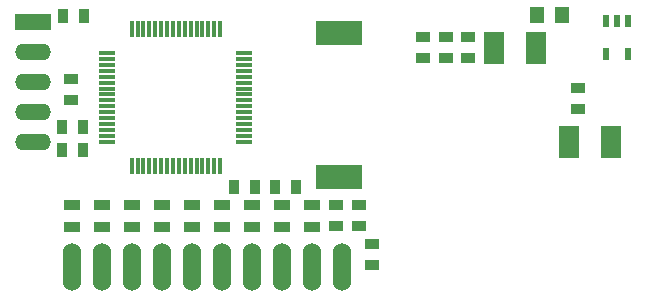
<source format=gbp>
G04 (created by PCBNEW-RS274X (2012-01-19 BZR 3256)-stable) date 26/03/2013 21:56:11*
G01*
G70*
G90*
%MOIN*%
G04 Gerber Fmt 3.4, Leading zero omitted, Abs format*
%FSLAX34Y34*%
G04 APERTURE LIST*
%ADD10C,0.006000*%
%ADD11R,0.035000X0.045000*%
%ADD12R,0.020000X0.040000*%
%ADD13R,0.070000X0.110000*%
%ADD14R,0.045000X0.055000*%
%ADD15R,0.045000X0.035000*%
%ADD16R,0.120000X0.055000*%
%ADD17O,0.120000X0.055000*%
%ADD18O,0.060000X0.160000*%
%ADD19R,0.057200X0.011800*%
%ADD20R,0.011800X0.057200*%
%ADD21R,0.055000X0.035000*%
%ADD22R,0.157500X0.078700*%
G04 APERTURE END LIST*
G54D10*
G54D11*
X89400Y-66550D03*
X88700Y-66550D03*
G54D12*
X99725Y-61000D03*
X100475Y-61000D03*
X99725Y-62100D03*
X100100Y-61000D03*
X100475Y-62100D03*
G54D13*
X98500Y-65050D03*
X99900Y-65050D03*
G54D14*
X97425Y-60800D03*
X98275Y-60800D03*
G54D15*
X91500Y-67850D03*
X91500Y-67150D03*
X90750Y-67850D03*
X90750Y-67150D03*
X98800Y-63950D03*
X98800Y-63250D03*
G54D11*
X81650Y-60850D03*
X82350Y-60850D03*
G54D16*
X80650Y-61050D03*
G54D17*
X80650Y-62050D03*
X80650Y-63050D03*
X80650Y-64050D03*
X80650Y-65050D03*
G54D18*
X90950Y-69200D03*
X89950Y-69200D03*
X88950Y-69200D03*
X87950Y-69200D03*
X86950Y-69200D03*
X85950Y-69200D03*
X84950Y-69200D03*
X83950Y-69200D03*
X82950Y-69200D03*
X81950Y-69200D03*
G54D19*
X83117Y-64633D03*
X83117Y-64436D03*
X83117Y-64239D03*
X83117Y-64042D03*
X83117Y-63845D03*
X83117Y-63648D03*
X83117Y-64830D03*
X83117Y-65026D03*
G54D20*
X84711Y-65833D03*
X84908Y-65833D03*
X85105Y-65833D03*
G54D19*
X87683Y-62861D03*
X87683Y-62664D03*
X87683Y-62467D03*
X87683Y-62270D03*
X87683Y-62074D03*
G54D20*
X86089Y-61267D03*
G54D19*
X87683Y-63058D03*
X87683Y-63255D03*
X87683Y-63452D03*
X87683Y-63648D03*
X87683Y-63845D03*
G54D20*
X84908Y-61267D03*
X86286Y-65833D03*
X85105Y-61267D03*
X86483Y-65833D03*
X86680Y-65833D03*
X85302Y-61267D03*
X85498Y-61267D03*
X86876Y-65833D03*
G54D19*
X87683Y-64239D03*
G54D20*
X85695Y-61267D03*
X85892Y-61267D03*
G54D19*
X87683Y-64042D03*
G54D20*
X86089Y-65833D03*
X84711Y-61267D03*
X84514Y-61267D03*
X85892Y-65833D03*
X85695Y-65833D03*
X84317Y-61267D03*
X84120Y-61267D03*
X85498Y-65833D03*
X85302Y-65833D03*
X83924Y-61267D03*
G54D19*
X83117Y-63452D03*
X83117Y-63255D03*
X83117Y-63058D03*
X83117Y-62861D03*
G54D20*
X86286Y-61267D03*
X86483Y-61267D03*
X86680Y-61267D03*
X86876Y-61267D03*
G54D19*
X87683Y-64436D03*
X87683Y-64633D03*
X87683Y-64830D03*
X87683Y-65026D03*
X83117Y-62664D03*
X83117Y-62467D03*
X83117Y-62270D03*
X83117Y-62074D03*
G54D20*
X84514Y-65833D03*
X84317Y-65833D03*
X84120Y-65833D03*
X83924Y-65833D03*
G54D21*
X85950Y-67125D03*
X85950Y-67875D03*
X83950Y-67125D03*
X83950Y-67875D03*
X84950Y-67125D03*
X84950Y-67875D03*
X86950Y-67125D03*
X86950Y-67875D03*
X87950Y-67125D03*
X87950Y-67875D03*
X81950Y-67125D03*
X81950Y-67875D03*
X82950Y-67125D03*
X82950Y-67875D03*
X89950Y-67125D03*
X89950Y-67875D03*
X88950Y-67125D03*
X88950Y-67875D03*
G54D11*
X81600Y-64550D03*
X82300Y-64550D03*
G54D15*
X81900Y-63650D03*
X81900Y-62950D03*
G54D13*
X97400Y-61900D03*
X96000Y-61900D03*
G54D15*
X91950Y-69150D03*
X91950Y-68450D03*
G54D22*
X90850Y-61400D03*
X90850Y-66200D03*
G54D15*
X95150Y-62250D03*
X95150Y-61550D03*
X94400Y-62250D03*
X94400Y-61550D03*
X93650Y-62250D03*
X93650Y-61550D03*
G54D11*
X82300Y-65300D03*
X81600Y-65300D03*
X88050Y-66550D03*
X87350Y-66550D03*
M02*

</source>
